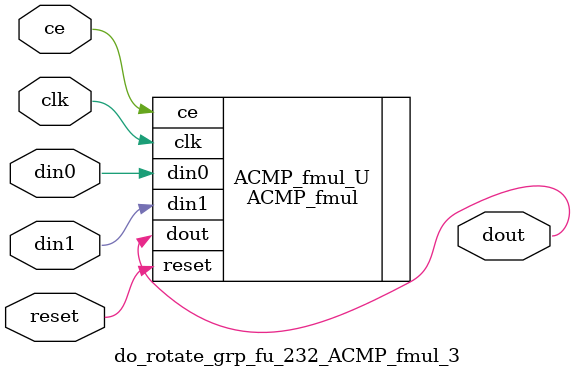
<source format=v>

`timescale 1 ns / 1 ps
module do_rotate_grp_fu_232_ACMP_fmul_3(
    clk,
    reset,
    ce,
    din0,
    din1,
    dout);

parameter ID = 32'd1;
parameter NUM_STAGE = 32'd1;
parameter din0_WIDTH = 32'd1;
parameter din1_WIDTH = 32'd1;
parameter dout_WIDTH = 32'd1;
input clk;
input reset;
input ce;
input[din0_WIDTH - 1:0] din0;
input[din1_WIDTH - 1:0] din1;
output[dout_WIDTH - 1:0] dout;



ACMP_fmul #(
.ID( ID ),
.NUM_STAGE( 4 ),
.din0_WIDTH( din0_WIDTH ),
.din1_WIDTH( din1_WIDTH ),
.dout_WIDTH( dout_WIDTH ))
ACMP_fmul_U(
    .clk( clk ),
    .reset( reset ),
    .ce( ce ),
    .din0( din0 ),
    .din1( din1 ),
    .dout( dout ));

endmodule

</source>
